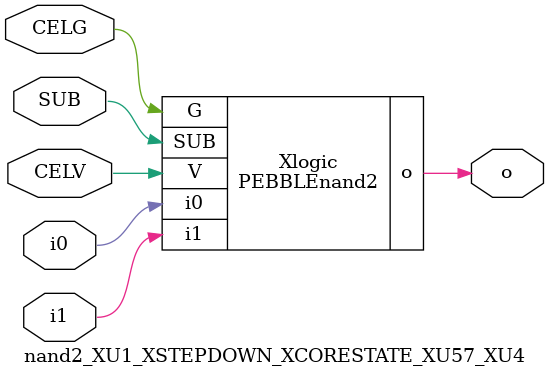
<source format=v>



module PEBBLEnand2 ( o, G, SUB, V, i0, i1 );

  input i0;
  input V;
  input i1;
  input G;
  output o;
  input SUB;
endmodule

//Celera Confidential Do Not Copy nand2_XU1_XSTEPDOWN_XCORESTATE_XU57_XU4
//Celera Confidential Symbol Generator
//5V NAND2
module nand2_XU1_XSTEPDOWN_XCORESTATE_XU57_XU4 (CELV,CELG,i0,i1,o,SUB);
input CELV;
input CELG;
input i0;
input i1;
input SUB;
output o;

//Celera Confidential Do Not Copy nand2
PEBBLEnand2 Xlogic(
.V (CELV),
.i0 (i0),
.i1 (i1),
.o (o),
.SUB (SUB),
.G (CELG)
);
//,diesize,PEBBLEnand2

//Celera Confidential Do Not Copy Module End
//Celera Schematic Generator
endmodule

</source>
